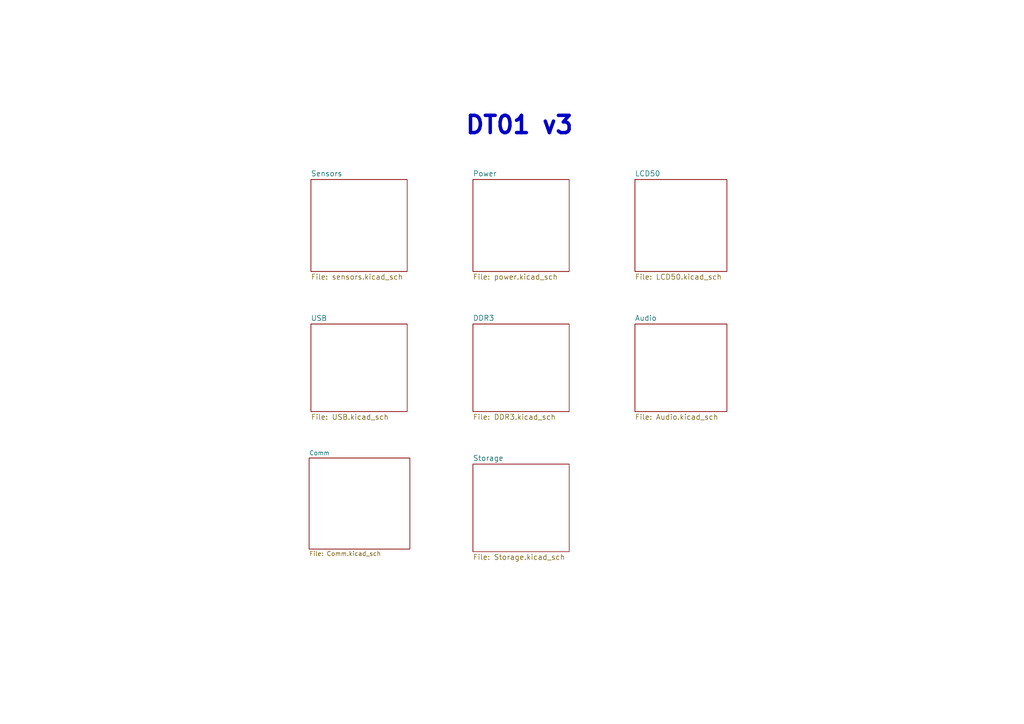
<source format=kicad_sch>
(kicad_sch (version 20230121) (generator eeschema)
  (paper "A4")
  (lib_symbols)
  (text "DT01 v3" (at 134.62 39.37 0) (effects (font (size 5.0038 5.0038) (thickness 1.0008) bold) (justify left bottom)))
  (sheet (at 137.16 52.07) (size 27.94 26.67)
    (property "Sheetname" "Power" (at 137.16 51.2314 0) (effects (font (size 1.524 1.524)) (justify left bottom)))
    (property "Sheetfile" "power.kicad_sch" (at 137.16 79.4262 0) (effects (font (size 1.524 1.524)) (justify left top)))
  )
  (sheet (at 184.15 93.98) (size 26.67 25.4)
    (property "Sheetname" "Audio" (at 184.15 93.1414 0) (effects (font (size 1.524 1.524)) (justify left bottom)))
    (property "Sheetfile" "Audio.kicad_sch" (at 184.15 120.0662 0) (effects (font (size 1.524 1.524)) (justify left top)))
  )
  (sheet (at 90.17 93.98) (size 27.94 25.4)
    (property "Sheetname" "USB" (at 90.17 93.1541 0) (effects (font (size 1.4986 1.4986)) (justify left bottom)))
    (property "Sheetfile" "USB.kicad_sch" (at 90.17 120.0662 0) (effects (font (size 1.524 1.524)) (justify left top)))
  )
  (sheet (at 90.17 52.07) (size 27.94 26.67)
    (property "Sheetname" "Sensors" (at 90.17 51.2314 0) (effects (font (size 1.524 1.524)) (justify left bottom)))
    (property "Sheetfile" "sensors.kicad_sch" (at 90.17 79.4262 0) (effects (font (size 1.524 1.524)) (justify left top)))
  )
  (sheet (at 137.16 93.98) (size 27.94 25.4)
    (property "Sheetname" "DDR3" (at 137.16 93.1414 0) (effects (font (size 1.524 1.524)) (justify left bottom)))
    (property "Sheetfile" "DDR3.kicad_sch" (at 137.16 120.0662 0) (effects (font (size 1.524 1.524)) (justify left top)))
  )
  (sheet (at 184.15 52.07) (size 26.67 26.67)
    (property "Sheetname" "LCD50" (at 184.15 51.2314 0) (effects (font (size 1.524 1.524)) (justify left bottom)))
    (property "Sheetfile" "LCD50.kicad_sch" (at 184.15 79.4262 0) (effects (font (size 1.524 1.524)) (justify left top)))
  )
  (sheet (at 137.16 134.62) (size 27.94 25.4)
    (property "Sheetname" "Storage" (at 137.16 133.7814 0) (effects (font (size 1.524 1.524)) (justify left bottom)))
    (property "Sheetfile" "Storage.kicad_sch" (at 137.16 160.7062 0) (effects (font (size 1.524 1.524)) (justify left top)))
  )
  (sheet (at 89.662 132.842) (size 29.21 26.416) (stroke (width 0.1524))
    (property "Sheetname" "Comm" (at 89.662 132.1304 0) (effects (justify left bottom)))
    (property "Sheetfile" "Comm.kicad_sch" (at 89.662 159.8426 0) (effects (justify left top)))
  )
)
</source>
